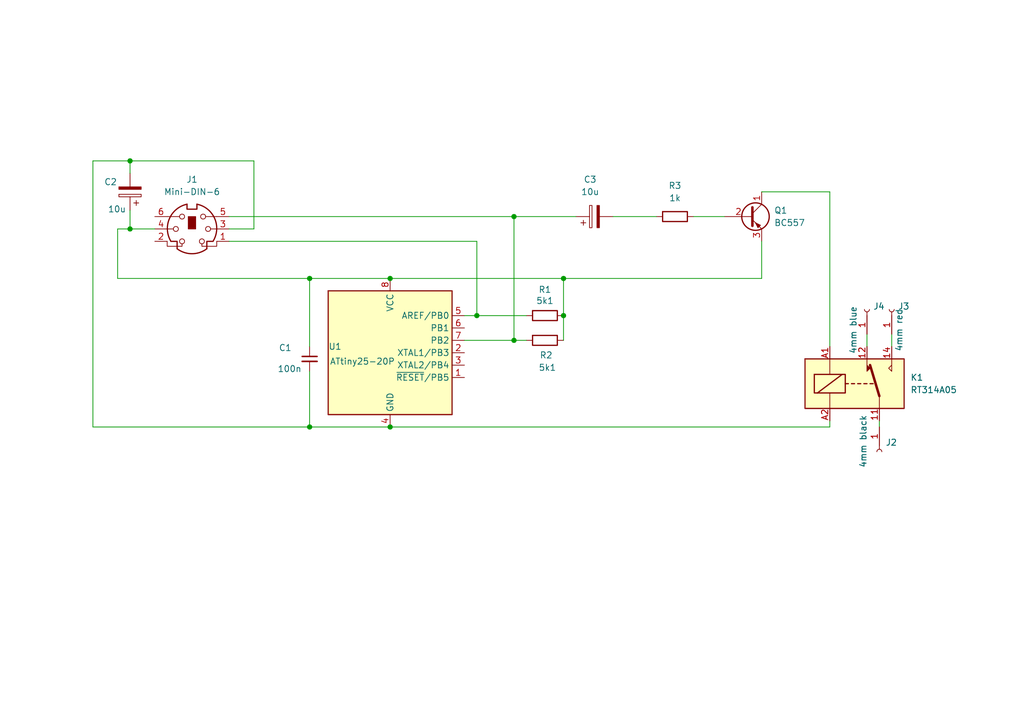
<source format=kicad_sch>
(kicad_sch
	(version 20231120)
	(generator "eeschema")
	(generator_version "8.0")
	(uuid "a7ea01c8-88fe-416e-9ec7-903cf5cacdad")
	(paper "A5")
	(title_block
		(title "Relais M")
		(date "2024-08-24")
		(rev "1.0")
		(company "Niklas Donocik")
		(comment 1 "Firmware: https://github.com/REcassy/Relais-M")
		(comment 2 "C1 must be as close as possible to U1")
	)
	(lib_symbols
		(symbol "Connector:Conn_01x01_Socket"
			(pin_names
				(offset 1.016) hide)
			(exclude_from_sim no)
			(in_bom yes)
			(on_board yes)
			(property "Reference" "J"
				(at 0 2.54 0)
				(effects
					(font
						(size 1.27 1.27)
					)
				)
			)
			(property "Value" "Conn_01x01_Socket"
				(at 0 -2.54 0)
				(effects
					(font
						(size 1.27 1.27)
					)
				)
			)
			(property "Footprint" ""
				(at 0 0 0)
				(effects
					(font
						(size 1.27 1.27)
					)
					(hide yes)
				)
			)
			(property "Datasheet" "~"
				(at 0 0 0)
				(effects
					(font
						(size 1.27 1.27)
					)
					(hide yes)
				)
			)
			(property "Description" "Generic connector, single row, 01x01, script generated"
				(at 0 0 0)
				(effects
					(font
						(size 1.27 1.27)
					)
					(hide yes)
				)
			)
			(property "ki_locked" ""
				(at 0 0 0)
				(effects
					(font
						(size 1.27 1.27)
					)
				)
			)
			(property "ki_keywords" "connector"
				(at 0 0 0)
				(effects
					(font
						(size 1.27 1.27)
					)
					(hide yes)
				)
			)
			(property "ki_fp_filters" "Connector*:*_1x??_*"
				(at 0 0 0)
				(effects
					(font
						(size 1.27 1.27)
					)
					(hide yes)
				)
			)
			(symbol "Conn_01x01_Socket_1_1"
				(polyline
					(pts
						(xy -1.27 0) (xy -0.508 0)
					)
					(stroke
						(width 0.1524)
						(type default)
					)
					(fill
						(type none)
					)
				)
				(arc
					(start 0 0.508)
					(mid -0.5058 0)
					(end 0 -0.508)
					(stroke
						(width 0.1524)
						(type default)
					)
					(fill
						(type none)
					)
				)
				(pin passive line
					(at -5.08 0 0)
					(length 3.81)
					(name "Pin_1"
						(effects
							(font
								(size 1.27 1.27)
							)
						)
					)
					(number "1"
						(effects
							(font
								(size 1.27 1.27)
							)
						)
					)
				)
			)
		)
		(symbol "Connector:Mini-DIN-6"
			(pin_names
				(offset 1.016)
			)
			(exclude_from_sim no)
			(in_bom yes)
			(on_board yes)
			(property "Reference" "J"
				(at 0 6.35 0)
				(effects
					(font
						(size 1.27 1.27)
					)
				)
			)
			(property "Value" "Mini-DIN-6"
				(at 0 -6.35 0)
				(effects
					(font
						(size 1.27 1.27)
					)
				)
			)
			(property "Footprint" ""
				(at 0 0 0)
				(effects
					(font
						(size 1.27 1.27)
					)
					(hide yes)
				)
			)
			(property "Datasheet" "http://service.powerdynamics.com/ec/Catalog17/Section%2011.pdf"
				(at 0 0 0)
				(effects
					(font
						(size 1.27 1.27)
					)
					(hide yes)
				)
			)
			(property "Description" "6-pin Mini-DIN connector"
				(at 0 0 0)
				(effects
					(font
						(size 1.27 1.27)
					)
					(hide yes)
				)
			)
			(property "ki_keywords" "Mini-DIN"
				(at 0 0 0)
				(effects
					(font
						(size 1.27 1.27)
					)
					(hide yes)
				)
			)
			(property "ki_fp_filters" "MINI?DIN*"
				(at 0 0 0)
				(effects
					(font
						(size 1.27 1.27)
					)
					(hide yes)
				)
			)
			(symbol "Mini-DIN-6_0_1"
				(circle
					(center -3.302 0)
					(radius 0.508)
					(stroke
						(width 0)
						(type default)
					)
					(fill
						(type none)
					)
				)
				(arc
					(start -3.048 -4.064)
					(mid 0 -5.08)
					(end 3.048 -4.064)
					(stroke
						(width 0.254)
						(type default)
					)
					(fill
						(type none)
					)
				)
				(circle
					(center -2.032 -2.54)
					(radius 0.508)
					(stroke
						(width 0)
						(type default)
					)
					(fill
						(type none)
					)
				)
				(circle
					(center -2.032 2.54)
					(radius 0.508)
					(stroke
						(width 0)
						(type default)
					)
					(fill
						(type none)
					)
				)
				(arc
					(start -1.016 5.08)
					(mid -4.6228 2.1214)
					(end -4.318 -2.54)
					(stroke
						(width 0.254)
						(type default)
					)
					(fill
						(type none)
					)
				)
				(rectangle
					(start -0.762 2.54)
					(end 0.762 0)
					(stroke
						(width 0)
						(type default)
					)
					(fill
						(type outline)
					)
				)
				(polyline
					(pts
						(xy -3.81 0) (xy -5.08 0)
					)
					(stroke
						(width 0)
						(type default)
					)
					(fill
						(type none)
					)
				)
				(polyline
					(pts
						(xy -2.54 2.54) (xy -5.08 2.54)
					)
					(stroke
						(width 0)
						(type default)
					)
					(fill
						(type none)
					)
				)
				(polyline
					(pts
						(xy 2.794 2.54) (xy 5.08 2.54)
					)
					(stroke
						(width 0)
						(type default)
					)
					(fill
						(type none)
					)
				)
				(polyline
					(pts
						(xy 5.08 0) (xy 3.81 0)
					)
					(stroke
						(width 0)
						(type default)
					)
					(fill
						(type none)
					)
				)
				(polyline
					(pts
						(xy -4.318 -2.54) (xy -3.048 -2.54) (xy -3.048 -4.064)
					)
					(stroke
						(width 0.254)
						(type default)
					)
					(fill
						(type none)
					)
				)
				(polyline
					(pts
						(xy 4.318 -2.54) (xy 3.048 -2.54) (xy 3.048 -4.064)
					)
					(stroke
						(width 0.254)
						(type default)
					)
					(fill
						(type none)
					)
				)
				(polyline
					(pts
						(xy -2.032 -3.048) (xy -2.032 -3.556) (xy -5.08 -3.556) (xy -5.08 -2.54)
					)
					(stroke
						(width 0)
						(type default)
					)
					(fill
						(type none)
					)
				)
				(polyline
					(pts
						(xy -1.016 5.08) (xy -1.016 4.064) (xy 1.016 4.064) (xy 1.016 5.08)
					)
					(stroke
						(width 0.254)
						(type default)
					)
					(fill
						(type none)
					)
				)
				(polyline
					(pts
						(xy 2.032 -3.048) (xy 2.032 -3.556) (xy 5.08 -3.556) (xy 5.08 -2.54)
					)
					(stroke
						(width 0)
						(type default)
					)
					(fill
						(type none)
					)
				)
				(circle
					(center 2.032 -2.54)
					(radius 0.508)
					(stroke
						(width 0)
						(type default)
					)
					(fill
						(type none)
					)
				)
				(circle
					(center 2.286 2.54)
					(radius 0.508)
					(stroke
						(width 0)
						(type default)
					)
					(fill
						(type none)
					)
				)
				(circle
					(center 3.302 0)
					(radius 0.508)
					(stroke
						(width 0)
						(type default)
					)
					(fill
						(type none)
					)
				)
				(arc
					(start 4.318 -2.54)
					(mid 4.6661 2.1322)
					(end 1.016 5.08)
					(stroke
						(width 0.254)
						(type default)
					)
					(fill
						(type none)
					)
				)
			)
			(symbol "Mini-DIN-6_1_1"
				(pin passive line
					(at 7.62 -2.54 180)
					(length 2.54)
					(name "~"
						(effects
							(font
								(size 1.27 1.27)
							)
						)
					)
					(number "1"
						(effects
							(font
								(size 1.27 1.27)
							)
						)
					)
				)
				(pin passive line
					(at -7.62 -2.54 0)
					(length 2.54)
					(name "~"
						(effects
							(font
								(size 1.27 1.27)
							)
						)
					)
					(number "2"
						(effects
							(font
								(size 1.27 1.27)
							)
						)
					)
				)
				(pin passive line
					(at 7.62 0 180)
					(length 2.54)
					(name "~"
						(effects
							(font
								(size 1.27 1.27)
							)
						)
					)
					(number "3"
						(effects
							(font
								(size 1.27 1.27)
							)
						)
					)
				)
				(pin passive line
					(at -7.62 0 0)
					(length 2.54)
					(name "~"
						(effects
							(font
								(size 1.27 1.27)
							)
						)
					)
					(number "4"
						(effects
							(font
								(size 1.27 1.27)
							)
						)
					)
				)
				(pin passive line
					(at 7.62 2.54 180)
					(length 2.54)
					(name "~"
						(effects
							(font
								(size 1.27 1.27)
							)
						)
					)
					(number "5"
						(effects
							(font
								(size 1.27 1.27)
							)
						)
					)
				)
				(pin passive line
					(at -7.62 2.54 0)
					(length 2.54)
					(name "~"
						(effects
							(font
								(size 1.27 1.27)
							)
						)
					)
					(number "6"
						(effects
							(font
								(size 1.27 1.27)
							)
						)
					)
				)
			)
		)
		(symbol "Device:C_Polarized"
			(pin_numbers hide)
			(pin_names
				(offset 0.254)
			)
			(exclude_from_sim no)
			(in_bom yes)
			(on_board yes)
			(property "Reference" "C"
				(at 0.635 2.54 0)
				(effects
					(font
						(size 1.27 1.27)
					)
					(justify left)
				)
			)
			(property "Value" "C_Polarized"
				(at 0.635 -2.54 0)
				(effects
					(font
						(size 1.27 1.27)
					)
					(justify left)
				)
			)
			(property "Footprint" ""
				(at 0.9652 -3.81 0)
				(effects
					(font
						(size 1.27 1.27)
					)
					(hide yes)
				)
			)
			(property "Datasheet" "~"
				(at 0 0 0)
				(effects
					(font
						(size 1.27 1.27)
					)
					(hide yes)
				)
			)
			(property "Description" "Polarized capacitor"
				(at 0 0 0)
				(effects
					(font
						(size 1.27 1.27)
					)
					(hide yes)
				)
			)
			(property "ki_keywords" "cap capacitor"
				(at 0 0 0)
				(effects
					(font
						(size 1.27 1.27)
					)
					(hide yes)
				)
			)
			(property "ki_fp_filters" "CP_*"
				(at 0 0 0)
				(effects
					(font
						(size 1.27 1.27)
					)
					(hide yes)
				)
			)
			(symbol "C_Polarized_0_1"
				(rectangle
					(start -2.286 0.508)
					(end 2.286 1.016)
					(stroke
						(width 0)
						(type default)
					)
					(fill
						(type none)
					)
				)
				(polyline
					(pts
						(xy -1.778 2.286) (xy -0.762 2.286)
					)
					(stroke
						(width 0)
						(type default)
					)
					(fill
						(type none)
					)
				)
				(polyline
					(pts
						(xy -1.27 2.794) (xy -1.27 1.778)
					)
					(stroke
						(width 0)
						(type default)
					)
					(fill
						(type none)
					)
				)
				(rectangle
					(start 2.286 -0.508)
					(end -2.286 -1.016)
					(stroke
						(width 0)
						(type default)
					)
					(fill
						(type outline)
					)
				)
			)
			(symbol "C_Polarized_1_1"
				(pin passive line
					(at 0 3.81 270)
					(length 2.794)
					(name "~"
						(effects
							(font
								(size 1.27 1.27)
							)
						)
					)
					(number "1"
						(effects
							(font
								(size 1.27 1.27)
							)
						)
					)
				)
				(pin passive line
					(at 0 -3.81 90)
					(length 2.794)
					(name "~"
						(effects
							(font
								(size 1.27 1.27)
							)
						)
					)
					(number "2"
						(effects
							(font
								(size 1.27 1.27)
							)
						)
					)
				)
			)
		)
		(symbol "Device:C_Small"
			(pin_numbers hide)
			(pin_names
				(offset 0.254) hide)
			(exclude_from_sim no)
			(in_bom yes)
			(on_board yes)
			(property "Reference" "C"
				(at 0.254 1.778 0)
				(effects
					(font
						(size 1.27 1.27)
					)
					(justify left)
				)
			)
			(property "Value" "C_Small"
				(at 0.254 -2.032 0)
				(effects
					(font
						(size 1.27 1.27)
					)
					(justify left)
				)
			)
			(property "Footprint" ""
				(at 0 0 0)
				(effects
					(font
						(size 1.27 1.27)
					)
					(hide yes)
				)
			)
			(property "Datasheet" "~"
				(at 0 0 0)
				(effects
					(font
						(size 1.27 1.27)
					)
					(hide yes)
				)
			)
			(property "Description" "Unpolarized capacitor, small symbol"
				(at 0 0 0)
				(effects
					(font
						(size 1.27 1.27)
					)
					(hide yes)
				)
			)
			(property "ki_keywords" "capacitor cap"
				(at 0 0 0)
				(effects
					(font
						(size 1.27 1.27)
					)
					(hide yes)
				)
			)
			(property "ki_fp_filters" "C_*"
				(at 0 0 0)
				(effects
					(font
						(size 1.27 1.27)
					)
					(hide yes)
				)
			)
			(symbol "C_Small_0_1"
				(polyline
					(pts
						(xy -1.524 -0.508) (xy 1.524 -0.508)
					)
					(stroke
						(width 0.3302)
						(type default)
					)
					(fill
						(type none)
					)
				)
				(polyline
					(pts
						(xy -1.524 0.508) (xy 1.524 0.508)
					)
					(stroke
						(width 0.3048)
						(type default)
					)
					(fill
						(type none)
					)
				)
			)
			(symbol "C_Small_1_1"
				(pin passive line
					(at 0 2.54 270)
					(length 2.032)
					(name "~"
						(effects
							(font
								(size 1.27 1.27)
							)
						)
					)
					(number "1"
						(effects
							(font
								(size 1.27 1.27)
							)
						)
					)
				)
				(pin passive line
					(at 0 -2.54 90)
					(length 2.032)
					(name "~"
						(effects
							(font
								(size 1.27 1.27)
							)
						)
					)
					(number "2"
						(effects
							(font
								(size 1.27 1.27)
							)
						)
					)
				)
			)
		)
		(symbol "Device:R"
			(pin_numbers hide)
			(pin_names
				(offset 0)
			)
			(exclude_from_sim no)
			(in_bom yes)
			(on_board yes)
			(property "Reference" "R"
				(at 2.032 0 90)
				(effects
					(font
						(size 1.27 1.27)
					)
				)
			)
			(property "Value" "R"
				(at 0 0 90)
				(effects
					(font
						(size 1.27 1.27)
					)
				)
			)
			(property "Footprint" ""
				(at -1.778 0 90)
				(effects
					(font
						(size 1.27 1.27)
					)
					(hide yes)
				)
			)
			(property "Datasheet" "~"
				(at 0 0 0)
				(effects
					(font
						(size 1.27 1.27)
					)
					(hide yes)
				)
			)
			(property "Description" "Resistor"
				(at 0 0 0)
				(effects
					(font
						(size 1.27 1.27)
					)
					(hide yes)
				)
			)
			(property "ki_keywords" "R res resistor"
				(at 0 0 0)
				(effects
					(font
						(size 1.27 1.27)
					)
					(hide yes)
				)
			)
			(property "ki_fp_filters" "R_*"
				(at 0 0 0)
				(effects
					(font
						(size 1.27 1.27)
					)
					(hide yes)
				)
			)
			(symbol "R_0_1"
				(rectangle
					(start -1.016 -2.54)
					(end 1.016 2.54)
					(stroke
						(width 0.254)
						(type default)
					)
					(fill
						(type none)
					)
				)
			)
			(symbol "R_1_1"
				(pin passive line
					(at 0 3.81 270)
					(length 1.27)
					(name "~"
						(effects
							(font
								(size 1.27 1.27)
							)
						)
					)
					(number "1"
						(effects
							(font
								(size 1.27 1.27)
							)
						)
					)
				)
				(pin passive line
					(at 0 -3.81 90)
					(length 1.27)
					(name "~"
						(effects
							(font
								(size 1.27 1.27)
							)
						)
					)
					(number "2"
						(effects
							(font
								(size 1.27 1.27)
							)
						)
					)
				)
			)
		)
		(symbol "MCU_Microchip_ATtiny:ATtiny25-20P"
			(exclude_from_sim no)
			(in_bom yes)
			(on_board yes)
			(property "Reference" "U"
				(at -12.7 13.97 0)
				(effects
					(font
						(size 1.27 1.27)
					)
					(justify left bottom)
				)
			)
			(property "Value" "ATtiny25-20P"
				(at 2.54 -13.97 0)
				(effects
					(font
						(size 1.27 1.27)
					)
					(justify left top)
				)
			)
			(property "Footprint" "Package_DIP:DIP-8_W7.62mm"
				(at 0 0 0)
				(effects
					(font
						(size 1.27 1.27)
						(italic yes)
					)
					(hide yes)
				)
			)
			(property "Datasheet" "http://ww1.microchip.com/downloads/en/DeviceDoc/atmel-2586-avr-8-bit-microcontroller-attiny25-attiny45-attiny85_datasheet.pdf"
				(at 0 0 0)
				(effects
					(font
						(size 1.27 1.27)
					)
					(hide yes)
				)
			)
			(property "Description" "20MHz, 2kB Flash, 128B SRAM, 128B EEPROM, debugWIRE, DIP-8"
				(at 0 0 0)
				(effects
					(font
						(size 1.27 1.27)
					)
					(hide yes)
				)
			)
			(property "ki_keywords" "AVR 8bit Microcontroller tinyAVR"
				(at 0 0 0)
				(effects
					(font
						(size 1.27 1.27)
					)
					(hide yes)
				)
			)
			(property "ki_fp_filters" "DIP*W7.62mm*"
				(at 0 0 0)
				(effects
					(font
						(size 1.27 1.27)
					)
					(hide yes)
				)
			)
			(symbol "ATtiny25-20P_0_1"
				(rectangle
					(start -12.7 -12.7)
					(end 12.7 12.7)
					(stroke
						(width 0.254)
						(type default)
					)
					(fill
						(type background)
					)
				)
			)
			(symbol "ATtiny25-20P_1_1"
				(pin bidirectional line
					(at 15.24 -5.08 180)
					(length 2.54)
					(name "~{RESET}/PB5"
						(effects
							(font
								(size 1.27 1.27)
							)
						)
					)
					(number "1"
						(effects
							(font
								(size 1.27 1.27)
							)
						)
					)
				)
				(pin bidirectional line
					(at 15.24 0 180)
					(length 2.54)
					(name "XTAL1/PB3"
						(effects
							(font
								(size 1.27 1.27)
							)
						)
					)
					(number "2"
						(effects
							(font
								(size 1.27 1.27)
							)
						)
					)
				)
				(pin bidirectional line
					(at 15.24 -2.54 180)
					(length 2.54)
					(name "XTAL2/PB4"
						(effects
							(font
								(size 1.27 1.27)
							)
						)
					)
					(number "3"
						(effects
							(font
								(size 1.27 1.27)
							)
						)
					)
				)
				(pin power_in line
					(at 0 -15.24 90)
					(length 2.54)
					(name "GND"
						(effects
							(font
								(size 1.27 1.27)
							)
						)
					)
					(number "4"
						(effects
							(font
								(size 1.27 1.27)
							)
						)
					)
				)
				(pin bidirectional line
					(at 15.24 7.62 180)
					(length 2.54)
					(name "AREF/PB0"
						(effects
							(font
								(size 1.27 1.27)
							)
						)
					)
					(number "5"
						(effects
							(font
								(size 1.27 1.27)
							)
						)
					)
				)
				(pin bidirectional line
					(at 15.24 5.08 180)
					(length 2.54)
					(name "PB1"
						(effects
							(font
								(size 1.27 1.27)
							)
						)
					)
					(number "6"
						(effects
							(font
								(size 1.27 1.27)
							)
						)
					)
				)
				(pin bidirectional line
					(at 15.24 2.54 180)
					(length 2.54)
					(name "PB2"
						(effects
							(font
								(size 1.27 1.27)
							)
						)
					)
					(number "7"
						(effects
							(font
								(size 1.27 1.27)
							)
						)
					)
				)
				(pin power_in line
					(at 0 15.24 270)
					(length 2.54)
					(name "VCC"
						(effects
							(font
								(size 1.27 1.27)
							)
						)
					)
					(number "8"
						(effects
							(font
								(size 1.27 1.27)
							)
						)
					)
				)
			)
		)
		(symbol "Relay:RT314A05"
			(exclude_from_sim no)
			(in_bom yes)
			(on_board yes)
			(property "Reference" "K"
				(at 11.43 3.81 0)
				(effects
					(font
						(size 1.27 1.27)
					)
					(justify left)
				)
			)
			(property "Value" "RT314A05"
				(at 11.43 1.27 0)
				(effects
					(font
						(size 1.27 1.27)
					)
					(justify left)
				)
			)
			(property "Footprint" "Relay_THT:Relay_SPDT_Schrack-RT1-16A-FormC_RM5mm"
				(at 39.37 -1.27 0)
				(effects
					(font
						(size 1.27 1.27)
					)
					(hide yes)
				)
			)
			(property "Datasheet" "https://www.te.com/commerce/DocumentDelivery/DDEController?Action=srchrtrv&DocNm=RT1_bistable&DocType=DS&DocLang=English"
				(at 0 0 0)
				(effects
					(font
						(size 1.27 1.27)
					)
					(hide yes)
				)
			)
			(property "Description" "Schrack RT1 relay, bistable single pole dual throw, single DC coil, 5V"
				(at 0 0 0)
				(effects
					(font
						(size 1.27 1.27)
					)
					(hide yes)
				)
			)
			(property "ki_keywords" "TE SPDT 1P2T CO bistable DC"
				(at 0 0 0)
				(effects
					(font
						(size 1.27 1.27)
					)
					(hide yes)
				)
			)
			(property "ki_fp_filters" "Relay*SPDT*Schrack*RT1*16A*FormC*RM5mm*"
				(at 0 0 0)
				(effects
					(font
						(size 1.27 1.27)
					)
					(hide yes)
				)
			)
			(symbol "RT314A05_0_0"
				(polyline
					(pts
						(xy -2.54 1.905) (xy -7.62 -1.905)
					)
					(stroke
						(width 0.254)
						(type default)
					)
					(fill
						(type none)
					)
				)
			)
			(symbol "RT314A05_0_1"
				(rectangle
					(start -10.16 5.08)
					(end 10.16 -5.08)
					(stroke
						(width 0.254)
						(type default)
					)
					(fill
						(type background)
					)
				)
				(rectangle
					(start -8.255 1.905)
					(end -1.905 -1.905)
					(stroke
						(width 0.254)
						(type default)
					)
					(fill
						(type none)
					)
				)
				(polyline
					(pts
						(xy -5.08 -5.08) (xy -5.08 -1.905)
					)
					(stroke
						(width 0)
						(type default)
					)
					(fill
						(type none)
					)
				)
				(polyline
					(pts
						(xy -5.08 5.08) (xy -5.08 1.905)
					)
					(stroke
						(width 0)
						(type default)
					)
					(fill
						(type none)
					)
				)
				(polyline
					(pts
						(xy -1.905 0) (xy -1.27 0)
					)
					(stroke
						(width 0.254)
						(type default)
					)
					(fill
						(type none)
					)
				)
				(polyline
					(pts
						(xy -0.635 0) (xy 0 0)
					)
					(stroke
						(width 0.254)
						(type default)
					)
					(fill
						(type none)
					)
				)
				(polyline
					(pts
						(xy 0.635 0) (xy 1.27 0)
					)
					(stroke
						(width 0.254)
						(type default)
					)
					(fill
						(type none)
					)
				)
				(polyline
					(pts
						(xy 1.905 0) (xy 2.54 0)
					)
					(stroke
						(width 0.254)
						(type default)
					)
					(fill
						(type none)
					)
				)
				(polyline
					(pts
						(xy 3.175 0) (xy 3.81 0)
					)
					(stroke
						(width 0.254)
						(type default)
					)
					(fill
						(type none)
					)
				)
				(polyline
					(pts
						(xy 5.08 -2.54) (xy 3.175 3.81)
					)
					(stroke
						(width 0.508)
						(type default)
					)
					(fill
						(type none)
					)
				)
				(polyline
					(pts
						(xy 5.08 -2.54) (xy 5.08 -5.08)
					)
					(stroke
						(width 0)
						(type default)
					)
					(fill
						(type none)
					)
				)
				(polyline
					(pts
						(xy 2.54 5.08) (xy 2.54 2.54) (xy 3.175 3.175) (xy 2.54 3.81)
					)
					(stroke
						(width 0)
						(type default)
					)
					(fill
						(type outline)
					)
				)
				(polyline
					(pts
						(xy 7.62 5.08) (xy 7.62 2.54) (xy 6.985 3.175) (xy 7.62 3.81)
					)
					(stroke
						(width 0)
						(type default)
					)
					(fill
						(type none)
					)
				)
			)
			(symbol "RT314A05_1_1"
				(pin passive line
					(at 5.08 -7.62 90)
					(length 2.54)
					(name "~"
						(effects
							(font
								(size 1.27 1.27)
							)
						)
					)
					(number "11"
						(effects
							(font
								(size 1.27 1.27)
							)
						)
					)
				)
				(pin passive line
					(at 2.54 7.62 270)
					(length 2.54)
					(name "~"
						(effects
							(font
								(size 1.27 1.27)
							)
						)
					)
					(number "12"
						(effects
							(font
								(size 1.27 1.27)
							)
						)
					)
				)
				(pin passive line
					(at 7.62 7.62 270)
					(length 2.54)
					(name "~"
						(effects
							(font
								(size 1.27 1.27)
							)
						)
					)
					(number "14"
						(effects
							(font
								(size 1.27 1.27)
							)
						)
					)
				)
				(pin passive line
					(at -5.08 7.62 270)
					(length 2.54)
					(name "~"
						(effects
							(font
								(size 1.27 1.27)
							)
						)
					)
					(number "A1"
						(effects
							(font
								(size 1.27 1.27)
							)
						)
					)
				)
				(pin passive line
					(at -5.08 -7.62 90)
					(length 2.54)
					(name "~"
						(effects
							(font
								(size 1.27 1.27)
							)
						)
					)
					(number "A2"
						(effects
							(font
								(size 1.27 1.27)
							)
						)
					)
				)
			)
		)
		(symbol "Transistor_BJT:BC557"
			(pin_names
				(offset 0) hide)
			(exclude_from_sim no)
			(in_bom yes)
			(on_board yes)
			(property "Reference" "Q"
				(at 5.08 1.905 0)
				(effects
					(font
						(size 1.27 1.27)
					)
					(justify left)
				)
			)
			(property "Value" "BC557"
				(at 5.08 0 0)
				(effects
					(font
						(size 1.27 1.27)
					)
					(justify left)
				)
			)
			(property "Footprint" "Package_TO_SOT_THT:TO-92_Inline"
				(at 5.08 -1.905 0)
				(effects
					(font
						(size 1.27 1.27)
						(italic yes)
					)
					(justify left)
					(hide yes)
				)
			)
			(property "Datasheet" "https://www.onsemi.com/pub/Collateral/BC556BTA-D.pdf"
				(at 0 0 0)
				(effects
					(font
						(size 1.27 1.27)
					)
					(justify left)
					(hide yes)
				)
			)
			(property "Description" "0.1A Ic, 45V Vce, PNP Small Signal Transistor, TO-92"
				(at 0 0 0)
				(effects
					(font
						(size 1.27 1.27)
					)
					(hide yes)
				)
			)
			(property "ki_keywords" "PNP Transistor"
				(at 0 0 0)
				(effects
					(font
						(size 1.27 1.27)
					)
					(hide yes)
				)
			)
			(property "ki_fp_filters" "TO?92*"
				(at 0 0 0)
				(effects
					(font
						(size 1.27 1.27)
					)
					(hide yes)
				)
			)
			(symbol "BC557_0_1"
				(polyline
					(pts
						(xy 0.635 0.635) (xy 2.54 2.54)
					)
					(stroke
						(width 0)
						(type default)
					)
					(fill
						(type none)
					)
				)
				(polyline
					(pts
						(xy 0.635 -0.635) (xy 2.54 -2.54) (xy 2.54 -2.54)
					)
					(stroke
						(width 0)
						(type default)
					)
					(fill
						(type none)
					)
				)
				(polyline
					(pts
						(xy 0.635 1.905) (xy 0.635 -1.905) (xy 0.635 -1.905)
					)
					(stroke
						(width 0.508)
						(type default)
					)
					(fill
						(type none)
					)
				)
				(polyline
					(pts
						(xy 2.286 -1.778) (xy 1.778 -2.286) (xy 1.27 -1.27) (xy 2.286 -1.778) (xy 2.286 -1.778)
					)
					(stroke
						(width 0)
						(type default)
					)
					(fill
						(type outline)
					)
				)
				(circle
					(center 1.27 0)
					(radius 2.8194)
					(stroke
						(width 0.254)
						(type default)
					)
					(fill
						(type none)
					)
				)
			)
			(symbol "BC557_1_1"
				(pin passive line
					(at 2.54 5.08 270)
					(length 2.54)
					(name "C"
						(effects
							(font
								(size 1.27 1.27)
							)
						)
					)
					(number "1"
						(effects
							(font
								(size 1.27 1.27)
							)
						)
					)
				)
				(pin input line
					(at -5.08 0 0)
					(length 5.715)
					(name "B"
						(effects
							(font
								(size 1.27 1.27)
							)
						)
					)
					(number "2"
						(effects
							(font
								(size 1.27 1.27)
							)
						)
					)
				)
				(pin passive line
					(at 2.54 -5.08 90)
					(length 2.54)
					(name "E"
						(effects
							(font
								(size 1.27 1.27)
							)
						)
					)
					(number "3"
						(effects
							(font
								(size 1.27 1.27)
							)
						)
					)
				)
			)
		)
	)
	(junction
		(at 105.41 44.45)
		(diameter 0)
		(color 0 0 0 0)
		(uuid "054890b8-280f-4d58-aa14-83f40bd9f77b")
	)
	(junction
		(at 105.41 69.85)
		(diameter 0)
		(color 0 0 0 0)
		(uuid "10a772d4-0352-494c-b17f-3710bfa1ac2e")
	)
	(junction
		(at 26.67 46.99)
		(diameter 0)
		(color 0 0 0 0)
		(uuid "32747da7-7b5e-466e-9f3f-82e36b630561")
	)
	(junction
		(at 97.79 64.77)
		(diameter 0)
		(color 0 0 0 0)
		(uuid "a9cd5df8-8032-4a41-84ca-abbe69691766")
	)
	(junction
		(at 115.57 57.15)
		(diameter 0)
		(color 0 0 0 0)
		(uuid "ac4e94f2-f0a4-45e8-8007-ea4fe12e3279")
	)
	(junction
		(at 80.01 57.15)
		(diameter 0)
		(color 0 0 0 0)
		(uuid "bb07e360-4253-4118-ab37-cc3af92daa94")
	)
	(junction
		(at 115.57 64.77)
		(diameter 0)
		(color 0 0 0 0)
		(uuid "cb799dbd-8f82-43af-9d92-f5d620493052")
	)
	(junction
		(at 80.01 87.63)
		(diameter 0)
		(color 0 0 0 0)
		(uuid "d495760e-8bea-488e-8901-56fb00219427")
	)
	(junction
		(at 63.5 57.15)
		(diameter 0)
		(color 0 0 0 0)
		(uuid "eb426df5-b92b-405e-a482-757e9af6489b")
	)
	(junction
		(at 63.5 87.63)
		(diameter 0)
		(color 0 0 0 0)
		(uuid "fafa4653-5a9f-4cee-93a3-24e07c249718")
	)
	(junction
		(at 26.67 33.02)
		(diameter 0)
		(color 0 0 0 0)
		(uuid "fe227fe2-4b52-4edc-976b-d8b709fabc5a")
	)
	(wire
		(pts
			(xy 156.21 49.53) (xy 156.21 57.15)
		)
		(stroke
			(width 0)
			(type default)
		)
		(uuid "0702402c-37cf-4618-8542-35e062401a19")
	)
	(wire
		(pts
			(xy 182.88 68.58) (xy 182.88 71.12)
		)
		(stroke
			(width 0)
			(type default)
		)
		(uuid "21cd2e2e-db61-4f55-8ff0-ce356569eb4d")
	)
	(wire
		(pts
			(xy 105.41 44.45) (xy 46.99 44.45)
		)
		(stroke
			(width 0)
			(type default)
		)
		(uuid "229f2c5b-d7e6-4df5-984a-a53df252bf27")
	)
	(wire
		(pts
			(xy 26.67 43.18) (xy 26.67 46.99)
		)
		(stroke
			(width 0)
			(type default)
		)
		(uuid "2baa4a30-0ae9-4eb3-bab6-c6f14ce6e745")
	)
	(wire
		(pts
			(xy 177.8 68.58) (xy 177.8 71.12)
		)
		(stroke
			(width 0)
			(type default)
		)
		(uuid "2d56fdf9-2e0c-4029-988a-fa1bfa61c8e3")
	)
	(wire
		(pts
			(xy 115.57 64.77) (xy 115.57 69.85)
		)
		(stroke
			(width 0)
			(type default)
		)
		(uuid "3604459d-9b53-41fe-afa1-985934db58ac")
	)
	(wire
		(pts
			(xy 97.79 64.77) (xy 107.95 64.77)
		)
		(stroke
			(width 0)
			(type default)
		)
		(uuid "380d4a39-7ae8-4592-b691-c0db4e20a4c4")
	)
	(wire
		(pts
			(xy 52.07 33.02) (xy 26.67 33.02)
		)
		(stroke
			(width 0)
			(type default)
		)
		(uuid "4a7e989a-86f9-4c87-a27c-4d6248eba3d0")
	)
	(wire
		(pts
			(xy 46.99 49.53) (xy 97.79 49.53)
		)
		(stroke
			(width 0)
			(type default)
		)
		(uuid "592cd821-b27e-43b2-8ea2-8ffae7d58f7b")
	)
	(wire
		(pts
			(xy 63.5 57.15) (xy 63.5 71.12)
		)
		(stroke
			(width 0)
			(type default)
		)
		(uuid "62d308a6-4319-44d6-8fc0-4352fbde426e")
	)
	(wire
		(pts
			(xy 26.67 46.99) (xy 31.75 46.99)
		)
		(stroke
			(width 0)
			(type default)
		)
		(uuid "62fded5c-4f9e-453b-9ce8-a62643d8936b")
	)
	(wire
		(pts
			(xy 19.05 33.02) (xy 19.05 87.63)
		)
		(stroke
			(width 0)
			(type default)
		)
		(uuid "7455bfc2-f8b1-410c-972d-58581bcd924c")
	)
	(wire
		(pts
			(xy 156.21 39.37) (xy 170.18 39.37)
		)
		(stroke
			(width 0)
			(type default)
		)
		(uuid "784eb95f-1f3f-4aea-acef-4a5579a86d26")
	)
	(wire
		(pts
			(xy 115.57 57.15) (xy 115.57 64.77)
		)
		(stroke
			(width 0)
			(type default)
		)
		(uuid "78c0071e-f730-4ba6-94e1-6b2cd95f7c41")
	)
	(wire
		(pts
			(xy 63.5 76.2) (xy 63.5 87.63)
		)
		(stroke
			(width 0)
			(type default)
		)
		(uuid "7af29e77-02d5-4333-9e13-b1cd91b3ebe1")
	)
	(wire
		(pts
			(xy 105.41 44.45) (xy 118.11 44.45)
		)
		(stroke
			(width 0)
			(type default)
		)
		(uuid "7f285353-a85f-4ae6-be70-62e646672102")
	)
	(wire
		(pts
			(xy 170.18 87.63) (xy 80.01 87.63)
		)
		(stroke
			(width 0)
			(type default)
		)
		(uuid "80bde109-0296-4894-843d-c5a1485481c5")
	)
	(wire
		(pts
			(xy 24.13 57.15) (xy 24.13 46.99)
		)
		(stroke
			(width 0)
			(type default)
		)
		(uuid "934a3c50-31b0-403a-9eaf-e323738f8ac0")
	)
	(wire
		(pts
			(xy 80.01 57.15) (xy 63.5 57.15)
		)
		(stroke
			(width 0)
			(type default)
		)
		(uuid "a00765a2-e03c-4d74-9b89-c8c2d13a41fd")
	)
	(wire
		(pts
			(xy 105.41 69.85) (xy 105.41 44.45)
		)
		(stroke
			(width 0)
			(type default)
		)
		(uuid "a934b332-f2e3-4227-b25c-5d6f97346ea1")
	)
	(wire
		(pts
			(xy 19.05 87.63) (xy 63.5 87.63)
		)
		(stroke
			(width 0)
			(type default)
		)
		(uuid "ab459e03-2781-49d3-bca6-dfecf651cdb7")
	)
	(wire
		(pts
			(xy 142.24 44.45) (xy 148.59 44.45)
		)
		(stroke
			(width 0)
			(type default)
		)
		(uuid "ac4fdfab-aaab-4c66-b6e8-3f601247641c")
	)
	(wire
		(pts
			(xy 26.67 33.02) (xy 19.05 33.02)
		)
		(stroke
			(width 0)
			(type default)
		)
		(uuid "af02a530-22da-4fcf-bf17-90b421ec75ff")
	)
	(wire
		(pts
			(xy 97.79 49.53) (xy 97.79 64.77)
		)
		(stroke
			(width 0)
			(type default)
		)
		(uuid "b09eca16-9e2c-4cca-8c64-aeae22437034")
	)
	(wire
		(pts
			(xy 95.25 64.77) (xy 97.79 64.77)
		)
		(stroke
			(width 0)
			(type default)
		)
		(uuid "b8a125b6-e495-4098-a387-6e32e8e07d1c")
	)
	(wire
		(pts
			(xy 95.25 69.85) (xy 105.41 69.85)
		)
		(stroke
			(width 0)
			(type default)
		)
		(uuid "c6affcea-8432-4c09-adaa-cc02db7b42b4")
	)
	(wire
		(pts
			(xy 63.5 87.63) (xy 80.01 87.63)
		)
		(stroke
			(width 0)
			(type default)
		)
		(uuid "ca46152e-14f9-4d96-ad80-f3bbfb1e6380")
	)
	(wire
		(pts
			(xy 125.73 44.45) (xy 134.62 44.45)
		)
		(stroke
			(width 0)
			(type default)
		)
		(uuid "ce75684b-2325-4747-a5a8-1f2f404be027")
	)
	(wire
		(pts
			(xy 105.41 69.85) (xy 107.95 69.85)
		)
		(stroke
			(width 0)
			(type default)
		)
		(uuid "daf40033-15cf-46d5-b843-1cc8986f779d")
	)
	(wire
		(pts
			(xy 80.01 57.15) (xy 115.57 57.15)
		)
		(stroke
			(width 0)
			(type default)
		)
		(uuid "df5de816-5dcf-4ba2-9941-60bf2d0e492f")
	)
	(wire
		(pts
			(xy 180.34 86.36) (xy 180.34 87.63)
		)
		(stroke
			(width 0)
			(type default)
		)
		(uuid "e07f1f51-de6b-4c1e-ad53-247a6ce5d0e7")
	)
	(wire
		(pts
			(xy 26.67 33.02) (xy 26.67 35.56)
		)
		(stroke
			(width 0)
			(type default)
		)
		(uuid "e45d4bd1-f16c-42d6-8691-553d9614947e")
	)
	(wire
		(pts
			(xy 24.13 57.15) (xy 63.5 57.15)
		)
		(stroke
			(width 0)
			(type default)
		)
		(uuid "e6716ebb-0416-4421-9fc2-a926a7a1fe70")
	)
	(wire
		(pts
			(xy 156.21 57.15) (xy 115.57 57.15)
		)
		(stroke
			(width 0)
			(type default)
		)
		(uuid "e8c96b88-c818-421a-a92b-377d17530937")
	)
	(wire
		(pts
			(xy 24.13 46.99) (xy 26.67 46.99)
		)
		(stroke
			(width 0)
			(type default)
		)
		(uuid "e99c989b-af12-416e-b2b8-4826a6c8ecc5")
	)
	(wire
		(pts
			(xy 170.18 39.37) (xy 170.18 71.12)
		)
		(stroke
			(width 0)
			(type default)
		)
		(uuid "ee332c19-4131-42e8-946a-370b3f9187e3")
	)
	(wire
		(pts
			(xy 170.18 86.36) (xy 170.18 87.63)
		)
		(stroke
			(width 0)
			(type default)
		)
		(uuid "ee74f1ff-2b3f-40db-9d7f-c42a799d330d")
	)
	(wire
		(pts
			(xy 46.99 46.99) (xy 52.07 46.99)
		)
		(stroke
			(width 0)
			(type default)
		)
		(uuid "f1d6c596-29b7-4ecc-8ca7-8424a2095c5d")
	)
	(wire
		(pts
			(xy 52.07 46.99) (xy 52.07 33.02)
		)
		(stroke
			(width 0)
			(type default)
		)
		(uuid "f4c2f8ae-9903-4376-9234-be3cdc0a3d7e")
	)
	(symbol
		(lib_id "MCU_Microchip_ATtiny:ATtiny25-20P")
		(at 80.01 72.39 0)
		(unit 1)
		(exclude_from_sim no)
		(in_bom yes)
		(on_board yes)
		(dnp no)
		(uuid "0614db0c-f22d-44b0-ba20-9f1c899f6008")
		(property "Reference" "U1"
			(at 70.104 71.12 0)
			(effects
				(font
					(size 1.27 1.27)
				)
				(justify right)
			)
		)
		(property "Value" "ATtiny25-20P"
			(at 81.026 74.168 0)
			(effects
				(font
					(size 1.27 1.27)
				)
				(justify right)
			)
		)
		(property "Footprint" "Package_DIP:DIP-8_W7.62mm"
			(at 80.01 72.39 0)
			(effects
				(font
					(size 1.27 1.27)
					(italic yes)
				)
				(hide yes)
			)
		)
		(property "Datasheet" "http://ww1.microchip.com/downloads/en/DeviceDoc/atmel-2586-avr-8-bit-microcontroller-attiny25-attiny45-attiny85_datasheet.pdf"
			(at 80.01 72.39 0)
			(effects
				(font
					(size 1.27 1.27)
				)
				(hide yes)
			)
		)
		(property "Description" "20MHz, 2kB Flash, 128B SRAM, 128B EEPROM, debugWIRE, DIP-8"
			(at 80.01 72.39 0)
			(effects
				(font
					(size 1.27 1.27)
				)
				(hide yes)
			)
		)
		(pin "2"
			(uuid "d6825b17-0be3-4270-9a64-ca7d10de4b6b")
		)
		(pin "1"
			(uuid "368ca688-c8a7-4420-9f96-b81e7fa73bd2")
		)
		(pin "5"
			(uuid "1fd67451-1cf9-451e-b006-246a052aa1d9")
		)
		(pin "8"
			(uuid "e11560c1-6400-4342-9f18-6601c3f78ae8")
		)
		(pin "4"
			(uuid "516e00e0-ef9b-45af-86b7-d6ce22e7b1d1")
		)
		(pin "3"
			(uuid "bbe6d598-ef02-4b2f-aa50-294971d5906c")
		)
		(pin "6"
			(uuid "1d3f372b-3d7c-4898-8a0b-aad06e80f6a2")
		)
		(pin "7"
			(uuid "0c0c47ab-85df-4611-b0f1-8c019bc97c93")
		)
		(instances
			(project ""
				(path "/a7ea01c8-88fe-416e-9ec7-903cf5cacdad"
					(reference "U1")
					(unit 1)
				)
			)
		)
	)
	(symbol
		(lib_id "Device:R")
		(at 111.76 69.85 90)
		(unit 1)
		(exclude_from_sim no)
		(in_bom yes)
		(on_board yes)
		(dnp no)
		(uuid "115e8a8a-1b7f-426b-a4f2-9c218fc2f00b")
		(property "Reference" "R2"
			(at 112.014 72.898 90)
			(effects
				(font
					(size 1.27 1.27)
				)
			)
		)
		(property "Value" "5k1"
			(at 112.268 75.438 90)
			(effects
				(font
					(size 1.27 1.27)
				)
			)
		)
		(property "Footprint" "Resistor_THT:R_Axial_DIN0207_L6.3mm_D2.5mm_P10.16mm_Horizontal"
			(at 111.76 71.628 90)
			(effects
				(font
					(size 1.27 1.27)
				)
				(hide yes)
			)
		)
		(property "Datasheet" "~"
			(at 111.76 69.85 0)
			(effects
				(font
					(size 1.27 1.27)
				)
				(hide yes)
			)
		)
		(property "Description" "Resistor"
			(at 111.76 69.85 0)
			(effects
				(font
					(size 1.27 1.27)
				)
				(hide yes)
			)
		)
		(pin "2"
			(uuid "2f0f4c5e-e739-4d89-8d18-2f85dbcd8d97")
		)
		(pin "1"
			(uuid "004baf96-d949-412a-83f6-fb0fd4f49679")
		)
		(instances
			(project ""
				(path "/a7ea01c8-88fe-416e-9ec7-903cf5cacdad"
					(reference "R2")
					(unit 1)
				)
			)
		)
	)
	(symbol
		(lib_id "Relay:RT314A05")
		(at 175.26 78.74 0)
		(unit 1)
		(exclude_from_sim no)
		(in_bom yes)
		(on_board yes)
		(dnp no)
		(fields_autoplaced yes)
		(uuid "4df7d67b-6de9-4879-864f-e0292e7070b2")
		(property "Reference" "K1"
			(at 186.69 77.4699 0)
			(effects
				(font
					(size 1.27 1.27)
				)
				(justify left)
			)
		)
		(property "Value" "RT314A05"
			(at 186.69 80.0099 0)
			(effects
				(font
					(size 1.27 1.27)
				)
				(justify left)
			)
		)
		(property "Footprint" "Relay_THT:Relay_SPDT_Schrack-RT1-16A-FormC_RM5mm"
			(at 214.63 80.01 0)
			(effects
				(font
					(size 1.27 1.27)
				)
				(hide yes)
			)
		)
		(property "Datasheet" "https://www.te.com/commerce/DocumentDelivery/DDEController?Action=srchrtrv&DocNm=RT1_bistable&DocType=DS&DocLang=English"
			(at 175.26 78.74 0)
			(effects
				(font
					(size 1.27 1.27)
				)
				(hide yes)
			)
		)
		(property "Description" "Schrack RT1 relay, bistable single pole dual throw, single DC coil, 5V"
			(at 175.26 78.74 0)
			(effects
				(font
					(size 1.27 1.27)
				)
				(hide yes)
			)
		)
		(pin "11"
			(uuid "504d4650-90ba-4edf-aa10-df5b7e7ebc5d")
		)
		(pin "12"
			(uuid "e201db8f-39f3-44f2-9ba4-41215e9105e9")
		)
		(pin "A1"
			(uuid "944b2526-5b15-4d26-b482-3cf9e3dd4ba7")
		)
		(pin "A2"
			(uuid "55bf325a-8c08-438e-b7c8-2832c2772065")
		)
		(pin "14"
			(uuid "338ec0bb-9fa4-4f85-94f5-8fe9988a5594")
		)
		(instances
			(project ""
				(path "/a7ea01c8-88fe-416e-9ec7-903cf5cacdad"
					(reference "K1")
					(unit 1)
				)
			)
		)
	)
	(symbol
		(lib_id "Connector:Conn_01x01_Socket")
		(at 180.34 92.71 270)
		(unit 1)
		(exclude_from_sim no)
		(in_bom yes)
		(on_board yes)
		(dnp no)
		(uuid "5717e349-c3e2-4115-ab54-1d2045fa9a86")
		(property "Reference" "J2"
			(at 181.61 90.8049 90)
			(effects
				(font
					(size 1.27 1.27)
				)
				(justify left)
			)
		)
		(property "Value" "4mm black"
			(at 177.038 96.012 0)
			(effects
				(font
					(size 1.27 1.27)
				)
				(justify right)
			)
		)
		(property "Footprint" "Library:Banana-Slot"
			(at 180.34 92.71 0)
			(effects
				(font
					(size 1.27 1.27)
				)
				(hide yes)
			)
		)
		(property "Datasheet" "~"
			(at 180.34 92.71 0)
			(effects
				(font
					(size 1.27 1.27)
				)
				(hide yes)
			)
		)
		(property "Description" "Generic connector, single row, 01x01, script generated"
			(at 180.34 92.71 0)
			(effects
				(font
					(size 1.27 1.27)
				)
				(hide yes)
			)
		)
		(pin "1"
			(uuid "75cc7632-24c5-4975-ad5e-a096fafa7178")
		)
		(instances
			(project ""
				(path "/a7ea01c8-88fe-416e-9ec7-903cf5cacdad"
					(reference "J2")
					(unit 1)
				)
			)
		)
	)
	(symbol
		(lib_id "Device:C_Small")
		(at 63.5 73.66 0)
		(unit 1)
		(exclude_from_sim no)
		(in_bom yes)
		(on_board yes)
		(dnp no)
		(uuid "5d678e32-aff5-448d-bd5d-1a06f6d96cac")
		(property "Reference" "C1"
			(at 57.15 71.374 0)
			(effects
				(font
					(size 1.27 1.27)
				)
				(justify left)
			)
		)
		(property "Value" "100n"
			(at 56.896 75.692 0)
			(effects
				(font
					(size 1.27 1.27)
				)
				(justify left)
			)
		)
		(property "Footprint" "Capacitor_THT:CP_Radial_Tantal_D4.5mm_P2.50mm"
			(at 63.5 73.66 0)
			(effects
				(font
					(size 1.27 1.27)
				)
				(hide yes)
			)
		)
		(property "Datasheet" "~"
			(at 63.5 73.66 0)
			(effects
				(font
					(size 1.27 1.27)
				)
				(hide yes)
			)
		)
		(property "Description" "Unpolarized capacitor, small symbol"
			(at 63.5 73.66 0)
			(effects
				(font
					(size 1.27 1.27)
				)
				(hide yes)
			)
		)
		(pin "2"
			(uuid "f6be92f9-c245-4f79-bd89-736b4afb2e72")
		)
		(pin "1"
			(uuid "93e1dd73-3283-4088-99e0-2870a7c8a88c")
		)
		(instances
			(project ""
				(path "/a7ea01c8-88fe-416e-9ec7-903cf5cacdad"
					(reference "C1")
					(unit 1)
				)
			)
		)
	)
	(symbol
		(lib_id "Device:R")
		(at 138.43 44.45 270)
		(unit 1)
		(exclude_from_sim no)
		(in_bom yes)
		(on_board yes)
		(dnp no)
		(fields_autoplaced yes)
		(uuid "a55146b2-96ad-4d0a-bfab-41b01b930399")
		(property "Reference" "R3"
			(at 138.43 38.1 90)
			(effects
				(font
					(size 1.27 1.27)
				)
			)
		)
		(property "Value" "1k"
			(at 138.43 40.64 90)
			(effects
				(font
					(size 1.27 1.27)
				)
			)
		)
		(property "Footprint" "Resistor_THT:R_Axial_DIN0207_L6.3mm_D2.5mm_P10.16mm_Horizontal"
			(at 138.43 42.672 90)
			(effects
				(font
					(size 1.27 1.27)
				)
				(hide yes)
			)
		)
		(property "Datasheet" "~"
			(at 138.43 44.45 0)
			(effects
				(font
					(size 1.27 1.27)
				)
				(hide yes)
			)
		)
		(property "Description" "Resistor"
			(at 138.43 44.45 0)
			(effects
				(font
					(size 1.27 1.27)
				)
				(hide yes)
			)
		)
		(pin "1"
			(uuid "17ede057-df07-4cd7-bbff-05aecbfbed42")
		)
		(pin "2"
			(uuid "3e57156a-d293-4246-84da-26678eaa64a9")
		)
		(instances
			(project ""
				(path "/a7ea01c8-88fe-416e-9ec7-903cf5cacdad"
					(reference "R3")
					(unit 1)
				)
			)
		)
	)
	(symbol
		(lib_id "Device:R")
		(at 111.76 64.77 90)
		(unit 1)
		(exclude_from_sim no)
		(in_bom yes)
		(on_board yes)
		(dnp no)
		(uuid "bfa6a101-0f78-48cb-97ce-c1287346bacc")
		(property "Reference" "R1"
			(at 111.76 59.436 90)
			(effects
				(font
					(size 1.27 1.27)
				)
			)
		)
		(property "Value" "5k1"
			(at 111.76 61.722 90)
			(effects
				(font
					(size 1.27 1.27)
				)
			)
		)
		(property "Footprint" "Resistor_THT:R_Axial_DIN0207_L6.3mm_D2.5mm_P10.16mm_Horizontal"
			(at 111.76 66.548 90)
			(effects
				(font
					(size 1.27 1.27)
				)
				(hide yes)
			)
		)
		(property "Datasheet" "~"
			(at 111.76 64.77 0)
			(effects
				(font
					(size 1.27 1.27)
				)
				(hide yes)
			)
		)
		(property "Description" "Resistor"
			(at 111.76 64.77 0)
			(effects
				(font
					(size 1.27 1.27)
				)
				(hide yes)
			)
		)
		(pin "2"
			(uuid "2551cda1-6964-4b3b-912c-66386f73f246")
		)
		(pin "1"
			(uuid "42873dfa-f92f-47ca-8ebb-b91cbb60f0e6")
		)
		(instances
			(project ""
				(path "/a7ea01c8-88fe-416e-9ec7-903cf5cacdad"
					(reference "R1")
					(unit 1)
				)
			)
		)
	)
	(symbol
		(lib_id "Connector:Conn_01x01_Socket")
		(at 177.8 63.5 90)
		(unit 1)
		(exclude_from_sim no)
		(in_bom yes)
		(on_board yes)
		(dnp no)
		(uuid "cd241ed7-6c49-4f2a-9a9b-9ead62a8f08e")
		(property "Reference" "J4"
			(at 179.07 62.8649 90)
			(effects
				(font
					(size 1.27 1.27)
				)
				(justify right)
			)
		)
		(property "Value" "4mm blue"
			(at 175.006 72.644 0)
			(effects
				(font
					(size 1.27 1.27)
				)
				(justify left)
			)
		)
		(property "Footprint" "Library:Banana-Slot"
			(at 177.8 63.5 0)
			(effects
				(font
					(size 1.27 1.27)
				)
				(hide yes)
			)
		)
		(property "Datasheet" "~"
			(at 177.8 63.5 0)
			(effects
				(font
					(size 1.27 1.27)
				)
				(hide yes)
			)
		)
		(property "Description" "Generic connector, single row, 01x01, script generated"
			(at 177.8 63.5 0)
			(effects
				(font
					(size 1.27 1.27)
				)
				(hide yes)
			)
		)
		(pin "1"
			(uuid "cda27389-f456-48a6-89bb-9a080cf57a78")
		)
		(instances
			(project ""
				(path "/a7ea01c8-88fe-416e-9ec7-903cf5cacdad"
					(reference "J4")
					(unit 1)
				)
			)
		)
	)
	(symbol
		(lib_id "Device:C_Polarized")
		(at 121.92 44.45 90)
		(unit 1)
		(exclude_from_sim no)
		(in_bom yes)
		(on_board yes)
		(dnp no)
		(fields_autoplaced yes)
		(uuid "d208c17d-60fb-4906-8eed-ff79169806b5")
		(property "Reference" "C3"
			(at 121.031 36.83 90)
			(effects
				(font
					(size 1.27 1.27)
				)
			)
		)
		(property "Value" "10u"
			(at 121.031 39.37 90)
			(effects
				(font
					(size 1.27 1.27)
				)
			)
		)
		(property "Footprint" "Capacitor_THT:CP_Radial_D4.0mm_P2.00mm"
			(at 125.73 43.4848 0)
			(effects
				(font
					(size 1.27 1.27)
				)
				(hide yes)
			)
		)
		(property "Datasheet" "~"
			(at 121.92 44.45 0)
			(effects
				(font
					(size 1.27 1.27)
				)
				(hide yes)
			)
		)
		(property "Description" "Polarized capacitor"
			(at 121.92 44.45 0)
			(effects
				(font
					(size 1.27 1.27)
				)
				(hide yes)
			)
		)
		(pin "1"
			(uuid "a2c74b6d-c308-4312-8cd0-0109c089482f")
		)
		(pin "2"
			(uuid "281cf55a-f0d1-46d3-a33e-aed520a4dc30")
		)
		(instances
			(project ""
				(path "/a7ea01c8-88fe-416e-9ec7-903cf5cacdad"
					(reference "C3")
					(unit 1)
				)
			)
		)
	)
	(symbol
		(lib_id "Transistor_BJT:BC557")
		(at 153.67 44.45 0)
		(unit 1)
		(exclude_from_sim no)
		(in_bom yes)
		(on_board yes)
		(dnp no)
		(fields_autoplaced yes)
		(uuid "d2913eb7-d385-4469-8eaa-abfe09f87e31")
		(property "Reference" "Q1"
			(at 158.75 43.1799 0)
			(effects
				(font
					(size 1.27 1.27)
				)
				(justify left)
			)
		)
		(property "Value" "BC557"
			(at 158.75 45.7199 0)
			(effects
				(font
					(size 1.27 1.27)
				)
				(justify left)
			)
		)
		(property "Footprint" "Package_TO_SOT_THT:TO-92_Inline"
			(at 158.75 46.355 0)
			(effects
				(font
					(size 1.27 1.27)
					(italic yes)
				)
				(justify left)
				(hide yes)
			)
		)
		(property "Datasheet" "https://www.onsemi.com/pub/Collateral/BC556BTA-D.pdf"
			(at 153.67 44.45 0)
			(effects
				(font
					(size 1.27 1.27)
				)
				(justify left)
				(hide yes)
			)
		)
		(property "Description" "0.1A Ic, 45V Vce, PNP Small Signal Transistor, TO-92"
			(at 153.67 44.45 0)
			(effects
				(font
					(size 1.27 1.27)
				)
				(hide yes)
			)
		)
		(pin "1"
			(uuid "13f57cd1-c28d-4407-9668-98eea8ba2608")
		)
		(pin "3"
			(uuid "244749df-3b6f-48c7-8632-9b388d38bf78")
		)
		(pin "2"
			(uuid "45f46506-a7bd-4a09-8137-0da47ee2125d")
		)
		(instances
			(project ""
				(path "/a7ea01c8-88fe-416e-9ec7-903cf5cacdad"
					(reference "Q1")
					(unit 1)
				)
			)
		)
	)
	(symbol
		(lib_id "Connector:Conn_01x01_Socket")
		(at 182.88 63.5 90)
		(unit 1)
		(exclude_from_sim no)
		(in_bom yes)
		(on_board yes)
		(dnp no)
		(uuid "d71c2a5e-e69e-4d75-b2b6-4ba83a1c288a")
		(property "Reference" "J3"
			(at 184.15 62.8649 90)
			(effects
				(font
					(size 1.27 1.27)
				)
				(justify right)
			)
		)
		(property "Value" "4mm red"
			(at 184.404 72.136 0)
			(effects
				(font
					(size 1.27 1.27)
				)
				(justify left)
			)
		)
		(property "Footprint" "Library:Banana-Slot"
			(at 182.88 63.5 0)
			(effects
				(font
					(size 1.27 1.27)
				)
				(hide yes)
			)
		)
		(property "Datasheet" "~"
			(at 182.88 63.5 0)
			(effects
				(font
					(size 1.27 1.27)
				)
				(hide yes)
			)
		)
		(property "Description" "Generic connector, single row, 01x01, script generated"
			(at 182.88 63.5 0)
			(effects
				(font
					(size 1.27 1.27)
				)
				(hide yes)
			)
		)
		(pin "1"
			(uuid "4de8fdfc-d7e9-452c-9479-6bfbf8500434")
		)
		(instances
			(project ""
				(path "/a7ea01c8-88fe-416e-9ec7-903cf5cacdad"
					(reference "J3")
					(unit 1)
				)
			)
		)
	)
	(symbol
		(lib_id "Device:C_Polarized")
		(at 26.67 39.37 180)
		(unit 1)
		(exclude_from_sim no)
		(in_bom yes)
		(on_board yes)
		(dnp no)
		(uuid "d9bb494b-ab47-4498-bc47-6da6067d3a9e")
		(property "Reference" "C2"
			(at 21.336 37.338 0)
			(effects
				(font
					(size 1.27 1.27)
				)
				(justify right)
			)
		)
		(property "Value" "10u"
			(at 22.098 42.926 0)
			(effects
				(font
					(size 1.27 1.27)
				)
				(justify right)
			)
		)
		(property "Footprint" "Capacitor_THT:CP_Radial_D4.0mm_P2.00mm"
			(at 25.7048 35.56 0)
			(effects
				(font
					(size 1.27 1.27)
				)
				(hide yes)
			)
		)
		(property "Datasheet" "~"
			(at 26.67 39.37 0)
			(effects
				(font
					(size 1.27 1.27)
				)
				(hide yes)
			)
		)
		(property "Description" "Polarized capacitor"
			(at 26.67 39.37 0)
			(effects
				(font
					(size 1.27 1.27)
				)
				(hide yes)
			)
		)
		(pin "1"
			(uuid "f537602d-a8b1-48d0-9fd8-b9957fb6ed32")
		)
		(pin "2"
			(uuid "06225a56-8900-4123-b1c0-b84148d8407f")
		)
		(instances
			(project ""
				(path "/a7ea01c8-88fe-416e-9ec7-903cf5cacdad"
					(reference "C2")
					(unit 1)
				)
			)
		)
	)
	(symbol
		(lib_id "Connector:Mini-DIN-6")
		(at 39.37 46.99 0)
		(unit 1)
		(exclude_from_sim no)
		(in_bom yes)
		(on_board yes)
		(dnp no)
		(fields_autoplaced yes)
		(uuid "eb0c5809-5b45-4d03-a374-caf7da35074a")
		(property "Reference" "J1"
			(at 39.3877 36.83 0)
			(effects
				(font
					(size 1.27 1.27)
				)
			)
		)
		(property "Value" "Mini-DIN-6"
			(at 39.3877 39.37 0)
			(effects
				(font
					(size 1.27 1.27)
				)
			)
		)
		(property "Footprint" "MiniDIN:Connector_Mini-DIN_Female_6Pin_2rows"
			(at 39.37 46.99 0)
			(effects
				(font
					(size 1.27 1.27)
				)
				(hide yes)
			)
		)
		(property "Datasheet" "http://service.powerdynamics.com/ec/Catalog17/Section%2011.pdf"
			(at 39.37 46.99 0)
			(effects
				(font
					(size 1.27 1.27)
				)
				(hide yes)
			)
		)
		(property "Description" "6-pin Mini-DIN connector"
			(at 39.37 46.99 0)
			(effects
				(font
					(size 1.27 1.27)
				)
				(hide yes)
			)
		)
		(pin "1"
			(uuid "4860068a-a83a-4aea-a808-ecc01cc1c71f")
		)
		(pin "2"
			(uuid "23eef992-04cc-497d-bc75-c6625f0d6b87")
		)
		(pin "6"
			(uuid "81febf9a-05a3-4cf4-aaca-62ecbe5491fe")
		)
		(pin "5"
			(uuid "2373aa53-c54b-4495-9bd7-465695947822")
		)
		(pin "3"
			(uuid "f731d0f9-b876-450c-a06d-658c7b950727")
		)
		(pin "4"
			(uuid "4d02f2d3-eba9-498f-b0d0-8a2a817b9762")
		)
		(instances
			(project ""
				(path "/a7ea01c8-88fe-416e-9ec7-903cf5cacdad"
					(reference "J1")
					(unit 1)
				)
			)
		)
	)
	(sheet_instances
		(path "/"
			(page "1")
		)
	)
)

</source>
